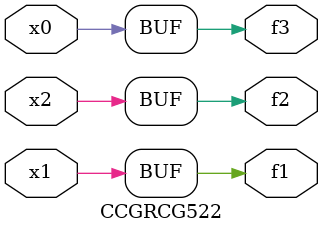
<source format=v>
module CCGRCG522(
	input x0, x1, x2,
	output f1, f2, f3
);
	assign f1 = x1;
	assign f2 = x2;
	assign f3 = x0;
endmodule

</source>
